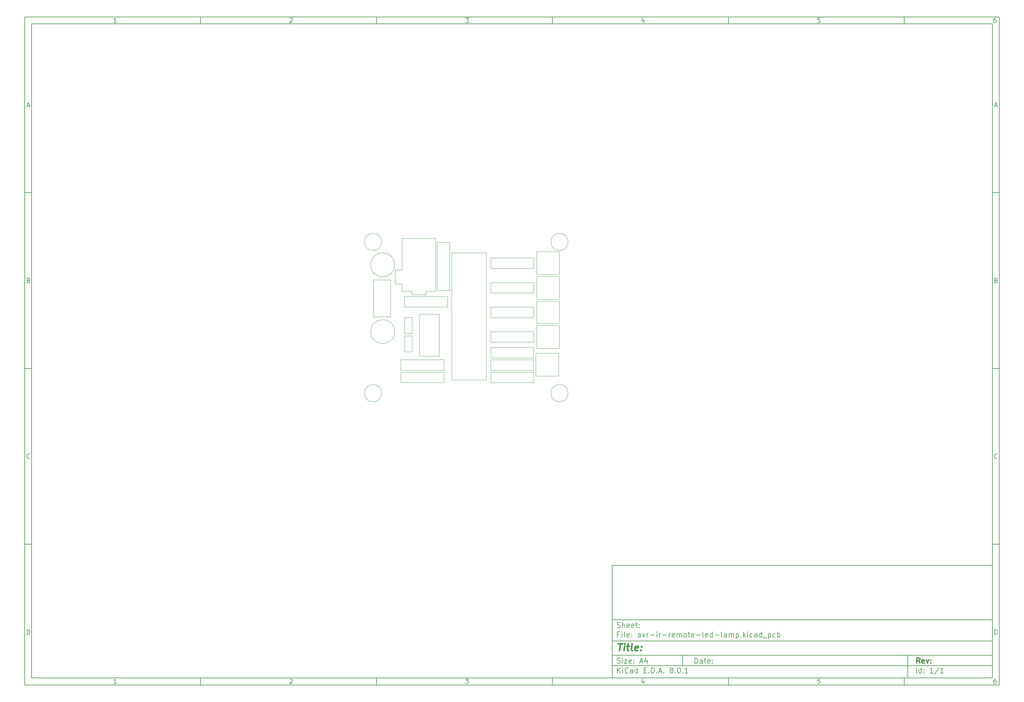
<source format=gbr>
%TF.GenerationSoftware,KiCad,Pcbnew,8.0.1*%
%TF.CreationDate,2024-05-04T21:14:10+05:30*%
%TF.ProjectId,avr-ir-remote-led-lamp,6176722d-6972-42d7-9265-6d6f74652d6c,rev?*%
%TF.SameCoordinates,Original*%
%TF.FileFunction,Other,User*%
%FSLAX46Y46*%
G04 Gerber Fmt 4.6, Leading zero omitted, Abs format (unit mm)*
G04 Created by KiCad (PCBNEW 8.0.1) date 2024-05-04 21:14:10*
%MOMM*%
%LPD*%
G01*
G04 APERTURE LIST*
%ADD10C,0.100000*%
%ADD11C,0.150000*%
%ADD12C,0.300000*%
%ADD13C,0.400000*%
%ADD14C,0.050000*%
G04 APERTURE END LIST*
D10*
D11*
X177002200Y-166007200D02*
X285002200Y-166007200D01*
X285002200Y-198007200D01*
X177002200Y-198007200D01*
X177002200Y-166007200D01*
D10*
D11*
X10000000Y-10000000D02*
X287002200Y-10000000D01*
X287002200Y-200007200D01*
X10000000Y-200007200D01*
X10000000Y-10000000D01*
D10*
D11*
X12000000Y-12000000D02*
X285002200Y-12000000D01*
X285002200Y-198007200D01*
X12000000Y-198007200D01*
X12000000Y-12000000D01*
D10*
D11*
X60000000Y-12000000D02*
X60000000Y-10000000D01*
D10*
D11*
X110000000Y-12000000D02*
X110000000Y-10000000D01*
D10*
D11*
X160000000Y-12000000D02*
X160000000Y-10000000D01*
D10*
D11*
X210000000Y-12000000D02*
X210000000Y-10000000D01*
D10*
D11*
X260000000Y-12000000D02*
X260000000Y-10000000D01*
D10*
D11*
X36089160Y-11593604D02*
X35346303Y-11593604D01*
X35717731Y-11593604D02*
X35717731Y-10293604D01*
X35717731Y-10293604D02*
X35593922Y-10479319D01*
X35593922Y-10479319D02*
X35470112Y-10603128D01*
X35470112Y-10603128D02*
X35346303Y-10665033D01*
D10*
D11*
X85346303Y-10417414D02*
X85408207Y-10355509D01*
X85408207Y-10355509D02*
X85532017Y-10293604D01*
X85532017Y-10293604D02*
X85841541Y-10293604D01*
X85841541Y-10293604D02*
X85965350Y-10355509D01*
X85965350Y-10355509D02*
X86027255Y-10417414D01*
X86027255Y-10417414D02*
X86089160Y-10541223D01*
X86089160Y-10541223D02*
X86089160Y-10665033D01*
X86089160Y-10665033D02*
X86027255Y-10850747D01*
X86027255Y-10850747D02*
X85284398Y-11593604D01*
X85284398Y-11593604D02*
X86089160Y-11593604D01*
D10*
D11*
X135284398Y-10293604D02*
X136089160Y-10293604D01*
X136089160Y-10293604D02*
X135655826Y-10788842D01*
X135655826Y-10788842D02*
X135841541Y-10788842D01*
X135841541Y-10788842D02*
X135965350Y-10850747D01*
X135965350Y-10850747D02*
X136027255Y-10912652D01*
X136027255Y-10912652D02*
X136089160Y-11036461D01*
X136089160Y-11036461D02*
X136089160Y-11345985D01*
X136089160Y-11345985D02*
X136027255Y-11469795D01*
X136027255Y-11469795D02*
X135965350Y-11531700D01*
X135965350Y-11531700D02*
X135841541Y-11593604D01*
X135841541Y-11593604D02*
X135470112Y-11593604D01*
X135470112Y-11593604D02*
X135346303Y-11531700D01*
X135346303Y-11531700D02*
X135284398Y-11469795D01*
D10*
D11*
X185965350Y-10726938D02*
X185965350Y-11593604D01*
X185655826Y-10231700D02*
X185346303Y-11160271D01*
X185346303Y-11160271D02*
X186151064Y-11160271D01*
D10*
D11*
X236027255Y-10293604D02*
X235408207Y-10293604D01*
X235408207Y-10293604D02*
X235346303Y-10912652D01*
X235346303Y-10912652D02*
X235408207Y-10850747D01*
X235408207Y-10850747D02*
X235532017Y-10788842D01*
X235532017Y-10788842D02*
X235841541Y-10788842D01*
X235841541Y-10788842D02*
X235965350Y-10850747D01*
X235965350Y-10850747D02*
X236027255Y-10912652D01*
X236027255Y-10912652D02*
X236089160Y-11036461D01*
X236089160Y-11036461D02*
X236089160Y-11345985D01*
X236089160Y-11345985D02*
X236027255Y-11469795D01*
X236027255Y-11469795D02*
X235965350Y-11531700D01*
X235965350Y-11531700D02*
X235841541Y-11593604D01*
X235841541Y-11593604D02*
X235532017Y-11593604D01*
X235532017Y-11593604D02*
X235408207Y-11531700D01*
X235408207Y-11531700D02*
X235346303Y-11469795D01*
D10*
D11*
X285965350Y-10293604D02*
X285717731Y-10293604D01*
X285717731Y-10293604D02*
X285593922Y-10355509D01*
X285593922Y-10355509D02*
X285532017Y-10417414D01*
X285532017Y-10417414D02*
X285408207Y-10603128D01*
X285408207Y-10603128D02*
X285346303Y-10850747D01*
X285346303Y-10850747D02*
X285346303Y-11345985D01*
X285346303Y-11345985D02*
X285408207Y-11469795D01*
X285408207Y-11469795D02*
X285470112Y-11531700D01*
X285470112Y-11531700D02*
X285593922Y-11593604D01*
X285593922Y-11593604D02*
X285841541Y-11593604D01*
X285841541Y-11593604D02*
X285965350Y-11531700D01*
X285965350Y-11531700D02*
X286027255Y-11469795D01*
X286027255Y-11469795D02*
X286089160Y-11345985D01*
X286089160Y-11345985D02*
X286089160Y-11036461D01*
X286089160Y-11036461D02*
X286027255Y-10912652D01*
X286027255Y-10912652D02*
X285965350Y-10850747D01*
X285965350Y-10850747D02*
X285841541Y-10788842D01*
X285841541Y-10788842D02*
X285593922Y-10788842D01*
X285593922Y-10788842D02*
X285470112Y-10850747D01*
X285470112Y-10850747D02*
X285408207Y-10912652D01*
X285408207Y-10912652D02*
X285346303Y-11036461D01*
D10*
D11*
X60000000Y-198007200D02*
X60000000Y-200007200D01*
D10*
D11*
X110000000Y-198007200D02*
X110000000Y-200007200D01*
D10*
D11*
X160000000Y-198007200D02*
X160000000Y-200007200D01*
D10*
D11*
X210000000Y-198007200D02*
X210000000Y-200007200D01*
D10*
D11*
X260000000Y-198007200D02*
X260000000Y-200007200D01*
D10*
D11*
X36089160Y-199600804D02*
X35346303Y-199600804D01*
X35717731Y-199600804D02*
X35717731Y-198300804D01*
X35717731Y-198300804D02*
X35593922Y-198486519D01*
X35593922Y-198486519D02*
X35470112Y-198610328D01*
X35470112Y-198610328D02*
X35346303Y-198672233D01*
D10*
D11*
X85346303Y-198424614D02*
X85408207Y-198362709D01*
X85408207Y-198362709D02*
X85532017Y-198300804D01*
X85532017Y-198300804D02*
X85841541Y-198300804D01*
X85841541Y-198300804D02*
X85965350Y-198362709D01*
X85965350Y-198362709D02*
X86027255Y-198424614D01*
X86027255Y-198424614D02*
X86089160Y-198548423D01*
X86089160Y-198548423D02*
X86089160Y-198672233D01*
X86089160Y-198672233D02*
X86027255Y-198857947D01*
X86027255Y-198857947D02*
X85284398Y-199600804D01*
X85284398Y-199600804D02*
X86089160Y-199600804D01*
D10*
D11*
X135284398Y-198300804D02*
X136089160Y-198300804D01*
X136089160Y-198300804D02*
X135655826Y-198796042D01*
X135655826Y-198796042D02*
X135841541Y-198796042D01*
X135841541Y-198796042D02*
X135965350Y-198857947D01*
X135965350Y-198857947D02*
X136027255Y-198919852D01*
X136027255Y-198919852D02*
X136089160Y-199043661D01*
X136089160Y-199043661D02*
X136089160Y-199353185D01*
X136089160Y-199353185D02*
X136027255Y-199476995D01*
X136027255Y-199476995D02*
X135965350Y-199538900D01*
X135965350Y-199538900D02*
X135841541Y-199600804D01*
X135841541Y-199600804D02*
X135470112Y-199600804D01*
X135470112Y-199600804D02*
X135346303Y-199538900D01*
X135346303Y-199538900D02*
X135284398Y-199476995D01*
D10*
D11*
X185965350Y-198734138D02*
X185965350Y-199600804D01*
X185655826Y-198238900D02*
X185346303Y-199167471D01*
X185346303Y-199167471D02*
X186151064Y-199167471D01*
D10*
D11*
X236027255Y-198300804D02*
X235408207Y-198300804D01*
X235408207Y-198300804D02*
X235346303Y-198919852D01*
X235346303Y-198919852D02*
X235408207Y-198857947D01*
X235408207Y-198857947D02*
X235532017Y-198796042D01*
X235532017Y-198796042D02*
X235841541Y-198796042D01*
X235841541Y-198796042D02*
X235965350Y-198857947D01*
X235965350Y-198857947D02*
X236027255Y-198919852D01*
X236027255Y-198919852D02*
X236089160Y-199043661D01*
X236089160Y-199043661D02*
X236089160Y-199353185D01*
X236089160Y-199353185D02*
X236027255Y-199476995D01*
X236027255Y-199476995D02*
X235965350Y-199538900D01*
X235965350Y-199538900D02*
X235841541Y-199600804D01*
X235841541Y-199600804D02*
X235532017Y-199600804D01*
X235532017Y-199600804D02*
X235408207Y-199538900D01*
X235408207Y-199538900D02*
X235346303Y-199476995D01*
D10*
D11*
X285965350Y-198300804D02*
X285717731Y-198300804D01*
X285717731Y-198300804D02*
X285593922Y-198362709D01*
X285593922Y-198362709D02*
X285532017Y-198424614D01*
X285532017Y-198424614D02*
X285408207Y-198610328D01*
X285408207Y-198610328D02*
X285346303Y-198857947D01*
X285346303Y-198857947D02*
X285346303Y-199353185D01*
X285346303Y-199353185D02*
X285408207Y-199476995D01*
X285408207Y-199476995D02*
X285470112Y-199538900D01*
X285470112Y-199538900D02*
X285593922Y-199600804D01*
X285593922Y-199600804D02*
X285841541Y-199600804D01*
X285841541Y-199600804D02*
X285965350Y-199538900D01*
X285965350Y-199538900D02*
X286027255Y-199476995D01*
X286027255Y-199476995D02*
X286089160Y-199353185D01*
X286089160Y-199353185D02*
X286089160Y-199043661D01*
X286089160Y-199043661D02*
X286027255Y-198919852D01*
X286027255Y-198919852D02*
X285965350Y-198857947D01*
X285965350Y-198857947D02*
X285841541Y-198796042D01*
X285841541Y-198796042D02*
X285593922Y-198796042D01*
X285593922Y-198796042D02*
X285470112Y-198857947D01*
X285470112Y-198857947D02*
X285408207Y-198919852D01*
X285408207Y-198919852D02*
X285346303Y-199043661D01*
D10*
D11*
X10000000Y-60000000D02*
X12000000Y-60000000D01*
D10*
D11*
X10000000Y-110000000D02*
X12000000Y-110000000D01*
D10*
D11*
X10000000Y-160000000D02*
X12000000Y-160000000D01*
D10*
D11*
X10690476Y-35222176D02*
X11309523Y-35222176D01*
X10566666Y-35593604D02*
X10999999Y-34293604D01*
X10999999Y-34293604D02*
X11433333Y-35593604D01*
D10*
D11*
X11092857Y-84912652D02*
X11278571Y-84974557D01*
X11278571Y-84974557D02*
X11340476Y-85036461D01*
X11340476Y-85036461D02*
X11402380Y-85160271D01*
X11402380Y-85160271D02*
X11402380Y-85345985D01*
X11402380Y-85345985D02*
X11340476Y-85469795D01*
X11340476Y-85469795D02*
X11278571Y-85531700D01*
X11278571Y-85531700D02*
X11154761Y-85593604D01*
X11154761Y-85593604D02*
X10659523Y-85593604D01*
X10659523Y-85593604D02*
X10659523Y-84293604D01*
X10659523Y-84293604D02*
X11092857Y-84293604D01*
X11092857Y-84293604D02*
X11216666Y-84355509D01*
X11216666Y-84355509D02*
X11278571Y-84417414D01*
X11278571Y-84417414D02*
X11340476Y-84541223D01*
X11340476Y-84541223D02*
X11340476Y-84665033D01*
X11340476Y-84665033D02*
X11278571Y-84788842D01*
X11278571Y-84788842D02*
X11216666Y-84850747D01*
X11216666Y-84850747D02*
X11092857Y-84912652D01*
X11092857Y-84912652D02*
X10659523Y-84912652D01*
D10*
D11*
X11402380Y-135469795D02*
X11340476Y-135531700D01*
X11340476Y-135531700D02*
X11154761Y-135593604D01*
X11154761Y-135593604D02*
X11030952Y-135593604D01*
X11030952Y-135593604D02*
X10845238Y-135531700D01*
X10845238Y-135531700D02*
X10721428Y-135407890D01*
X10721428Y-135407890D02*
X10659523Y-135284080D01*
X10659523Y-135284080D02*
X10597619Y-135036461D01*
X10597619Y-135036461D02*
X10597619Y-134850747D01*
X10597619Y-134850747D02*
X10659523Y-134603128D01*
X10659523Y-134603128D02*
X10721428Y-134479319D01*
X10721428Y-134479319D02*
X10845238Y-134355509D01*
X10845238Y-134355509D02*
X11030952Y-134293604D01*
X11030952Y-134293604D02*
X11154761Y-134293604D01*
X11154761Y-134293604D02*
X11340476Y-134355509D01*
X11340476Y-134355509D02*
X11402380Y-134417414D01*
D10*
D11*
X10659523Y-185593604D02*
X10659523Y-184293604D01*
X10659523Y-184293604D02*
X10969047Y-184293604D01*
X10969047Y-184293604D02*
X11154761Y-184355509D01*
X11154761Y-184355509D02*
X11278571Y-184479319D01*
X11278571Y-184479319D02*
X11340476Y-184603128D01*
X11340476Y-184603128D02*
X11402380Y-184850747D01*
X11402380Y-184850747D02*
X11402380Y-185036461D01*
X11402380Y-185036461D02*
X11340476Y-185284080D01*
X11340476Y-185284080D02*
X11278571Y-185407890D01*
X11278571Y-185407890D02*
X11154761Y-185531700D01*
X11154761Y-185531700D02*
X10969047Y-185593604D01*
X10969047Y-185593604D02*
X10659523Y-185593604D01*
D10*
D11*
X287002200Y-60000000D02*
X285002200Y-60000000D01*
D10*
D11*
X287002200Y-110000000D02*
X285002200Y-110000000D01*
D10*
D11*
X287002200Y-160000000D02*
X285002200Y-160000000D01*
D10*
D11*
X285692676Y-35222176D02*
X286311723Y-35222176D01*
X285568866Y-35593604D02*
X286002199Y-34293604D01*
X286002199Y-34293604D02*
X286435533Y-35593604D01*
D10*
D11*
X286095057Y-84912652D02*
X286280771Y-84974557D01*
X286280771Y-84974557D02*
X286342676Y-85036461D01*
X286342676Y-85036461D02*
X286404580Y-85160271D01*
X286404580Y-85160271D02*
X286404580Y-85345985D01*
X286404580Y-85345985D02*
X286342676Y-85469795D01*
X286342676Y-85469795D02*
X286280771Y-85531700D01*
X286280771Y-85531700D02*
X286156961Y-85593604D01*
X286156961Y-85593604D02*
X285661723Y-85593604D01*
X285661723Y-85593604D02*
X285661723Y-84293604D01*
X285661723Y-84293604D02*
X286095057Y-84293604D01*
X286095057Y-84293604D02*
X286218866Y-84355509D01*
X286218866Y-84355509D02*
X286280771Y-84417414D01*
X286280771Y-84417414D02*
X286342676Y-84541223D01*
X286342676Y-84541223D02*
X286342676Y-84665033D01*
X286342676Y-84665033D02*
X286280771Y-84788842D01*
X286280771Y-84788842D02*
X286218866Y-84850747D01*
X286218866Y-84850747D02*
X286095057Y-84912652D01*
X286095057Y-84912652D02*
X285661723Y-84912652D01*
D10*
D11*
X286404580Y-135469795D02*
X286342676Y-135531700D01*
X286342676Y-135531700D02*
X286156961Y-135593604D01*
X286156961Y-135593604D02*
X286033152Y-135593604D01*
X286033152Y-135593604D02*
X285847438Y-135531700D01*
X285847438Y-135531700D02*
X285723628Y-135407890D01*
X285723628Y-135407890D02*
X285661723Y-135284080D01*
X285661723Y-135284080D02*
X285599819Y-135036461D01*
X285599819Y-135036461D02*
X285599819Y-134850747D01*
X285599819Y-134850747D02*
X285661723Y-134603128D01*
X285661723Y-134603128D02*
X285723628Y-134479319D01*
X285723628Y-134479319D02*
X285847438Y-134355509D01*
X285847438Y-134355509D02*
X286033152Y-134293604D01*
X286033152Y-134293604D02*
X286156961Y-134293604D01*
X286156961Y-134293604D02*
X286342676Y-134355509D01*
X286342676Y-134355509D02*
X286404580Y-134417414D01*
D10*
D11*
X285661723Y-185593604D02*
X285661723Y-184293604D01*
X285661723Y-184293604D02*
X285971247Y-184293604D01*
X285971247Y-184293604D02*
X286156961Y-184355509D01*
X286156961Y-184355509D02*
X286280771Y-184479319D01*
X286280771Y-184479319D02*
X286342676Y-184603128D01*
X286342676Y-184603128D02*
X286404580Y-184850747D01*
X286404580Y-184850747D02*
X286404580Y-185036461D01*
X286404580Y-185036461D02*
X286342676Y-185284080D01*
X286342676Y-185284080D02*
X286280771Y-185407890D01*
X286280771Y-185407890D02*
X286156961Y-185531700D01*
X286156961Y-185531700D02*
X285971247Y-185593604D01*
X285971247Y-185593604D02*
X285661723Y-185593604D01*
D10*
D11*
X200458026Y-193793328D02*
X200458026Y-192293328D01*
X200458026Y-192293328D02*
X200815169Y-192293328D01*
X200815169Y-192293328D02*
X201029455Y-192364757D01*
X201029455Y-192364757D02*
X201172312Y-192507614D01*
X201172312Y-192507614D02*
X201243741Y-192650471D01*
X201243741Y-192650471D02*
X201315169Y-192936185D01*
X201315169Y-192936185D02*
X201315169Y-193150471D01*
X201315169Y-193150471D02*
X201243741Y-193436185D01*
X201243741Y-193436185D02*
X201172312Y-193579042D01*
X201172312Y-193579042D02*
X201029455Y-193721900D01*
X201029455Y-193721900D02*
X200815169Y-193793328D01*
X200815169Y-193793328D02*
X200458026Y-193793328D01*
X202600884Y-193793328D02*
X202600884Y-193007614D01*
X202600884Y-193007614D02*
X202529455Y-192864757D01*
X202529455Y-192864757D02*
X202386598Y-192793328D01*
X202386598Y-192793328D02*
X202100884Y-192793328D01*
X202100884Y-192793328D02*
X201958026Y-192864757D01*
X202600884Y-193721900D02*
X202458026Y-193793328D01*
X202458026Y-193793328D02*
X202100884Y-193793328D01*
X202100884Y-193793328D02*
X201958026Y-193721900D01*
X201958026Y-193721900D02*
X201886598Y-193579042D01*
X201886598Y-193579042D02*
X201886598Y-193436185D01*
X201886598Y-193436185D02*
X201958026Y-193293328D01*
X201958026Y-193293328D02*
X202100884Y-193221900D01*
X202100884Y-193221900D02*
X202458026Y-193221900D01*
X202458026Y-193221900D02*
X202600884Y-193150471D01*
X203100884Y-192793328D02*
X203672312Y-192793328D01*
X203315169Y-192293328D02*
X203315169Y-193579042D01*
X203315169Y-193579042D02*
X203386598Y-193721900D01*
X203386598Y-193721900D02*
X203529455Y-193793328D01*
X203529455Y-193793328D02*
X203672312Y-193793328D01*
X204743741Y-193721900D02*
X204600884Y-193793328D01*
X204600884Y-193793328D02*
X204315170Y-193793328D01*
X204315170Y-193793328D02*
X204172312Y-193721900D01*
X204172312Y-193721900D02*
X204100884Y-193579042D01*
X204100884Y-193579042D02*
X204100884Y-193007614D01*
X204100884Y-193007614D02*
X204172312Y-192864757D01*
X204172312Y-192864757D02*
X204315170Y-192793328D01*
X204315170Y-192793328D02*
X204600884Y-192793328D01*
X204600884Y-192793328D02*
X204743741Y-192864757D01*
X204743741Y-192864757D02*
X204815170Y-193007614D01*
X204815170Y-193007614D02*
X204815170Y-193150471D01*
X204815170Y-193150471D02*
X204100884Y-193293328D01*
X205458026Y-193650471D02*
X205529455Y-193721900D01*
X205529455Y-193721900D02*
X205458026Y-193793328D01*
X205458026Y-193793328D02*
X205386598Y-193721900D01*
X205386598Y-193721900D02*
X205458026Y-193650471D01*
X205458026Y-193650471D02*
X205458026Y-193793328D01*
X205458026Y-192864757D02*
X205529455Y-192936185D01*
X205529455Y-192936185D02*
X205458026Y-193007614D01*
X205458026Y-193007614D02*
X205386598Y-192936185D01*
X205386598Y-192936185D02*
X205458026Y-192864757D01*
X205458026Y-192864757D02*
X205458026Y-193007614D01*
D10*
D11*
X177002200Y-194507200D02*
X285002200Y-194507200D01*
D10*
D11*
X178458026Y-196593328D02*
X178458026Y-195093328D01*
X179315169Y-196593328D02*
X178672312Y-195736185D01*
X179315169Y-195093328D02*
X178458026Y-195950471D01*
X179958026Y-196593328D02*
X179958026Y-195593328D01*
X179958026Y-195093328D02*
X179886598Y-195164757D01*
X179886598Y-195164757D02*
X179958026Y-195236185D01*
X179958026Y-195236185D02*
X180029455Y-195164757D01*
X180029455Y-195164757D02*
X179958026Y-195093328D01*
X179958026Y-195093328D02*
X179958026Y-195236185D01*
X181529455Y-196450471D02*
X181458027Y-196521900D01*
X181458027Y-196521900D02*
X181243741Y-196593328D01*
X181243741Y-196593328D02*
X181100884Y-196593328D01*
X181100884Y-196593328D02*
X180886598Y-196521900D01*
X180886598Y-196521900D02*
X180743741Y-196379042D01*
X180743741Y-196379042D02*
X180672312Y-196236185D01*
X180672312Y-196236185D02*
X180600884Y-195950471D01*
X180600884Y-195950471D02*
X180600884Y-195736185D01*
X180600884Y-195736185D02*
X180672312Y-195450471D01*
X180672312Y-195450471D02*
X180743741Y-195307614D01*
X180743741Y-195307614D02*
X180886598Y-195164757D01*
X180886598Y-195164757D02*
X181100884Y-195093328D01*
X181100884Y-195093328D02*
X181243741Y-195093328D01*
X181243741Y-195093328D02*
X181458027Y-195164757D01*
X181458027Y-195164757D02*
X181529455Y-195236185D01*
X182815170Y-196593328D02*
X182815170Y-195807614D01*
X182815170Y-195807614D02*
X182743741Y-195664757D01*
X182743741Y-195664757D02*
X182600884Y-195593328D01*
X182600884Y-195593328D02*
X182315170Y-195593328D01*
X182315170Y-195593328D02*
X182172312Y-195664757D01*
X182815170Y-196521900D02*
X182672312Y-196593328D01*
X182672312Y-196593328D02*
X182315170Y-196593328D01*
X182315170Y-196593328D02*
X182172312Y-196521900D01*
X182172312Y-196521900D02*
X182100884Y-196379042D01*
X182100884Y-196379042D02*
X182100884Y-196236185D01*
X182100884Y-196236185D02*
X182172312Y-196093328D01*
X182172312Y-196093328D02*
X182315170Y-196021900D01*
X182315170Y-196021900D02*
X182672312Y-196021900D01*
X182672312Y-196021900D02*
X182815170Y-195950471D01*
X184172313Y-196593328D02*
X184172313Y-195093328D01*
X184172313Y-196521900D02*
X184029455Y-196593328D01*
X184029455Y-196593328D02*
X183743741Y-196593328D01*
X183743741Y-196593328D02*
X183600884Y-196521900D01*
X183600884Y-196521900D02*
X183529455Y-196450471D01*
X183529455Y-196450471D02*
X183458027Y-196307614D01*
X183458027Y-196307614D02*
X183458027Y-195879042D01*
X183458027Y-195879042D02*
X183529455Y-195736185D01*
X183529455Y-195736185D02*
X183600884Y-195664757D01*
X183600884Y-195664757D02*
X183743741Y-195593328D01*
X183743741Y-195593328D02*
X184029455Y-195593328D01*
X184029455Y-195593328D02*
X184172313Y-195664757D01*
X186029455Y-195807614D02*
X186529455Y-195807614D01*
X186743741Y-196593328D02*
X186029455Y-196593328D01*
X186029455Y-196593328D02*
X186029455Y-195093328D01*
X186029455Y-195093328D02*
X186743741Y-195093328D01*
X187386598Y-196450471D02*
X187458027Y-196521900D01*
X187458027Y-196521900D02*
X187386598Y-196593328D01*
X187386598Y-196593328D02*
X187315170Y-196521900D01*
X187315170Y-196521900D02*
X187386598Y-196450471D01*
X187386598Y-196450471D02*
X187386598Y-196593328D01*
X188100884Y-196593328D02*
X188100884Y-195093328D01*
X188100884Y-195093328D02*
X188458027Y-195093328D01*
X188458027Y-195093328D02*
X188672313Y-195164757D01*
X188672313Y-195164757D02*
X188815170Y-195307614D01*
X188815170Y-195307614D02*
X188886599Y-195450471D01*
X188886599Y-195450471D02*
X188958027Y-195736185D01*
X188958027Y-195736185D02*
X188958027Y-195950471D01*
X188958027Y-195950471D02*
X188886599Y-196236185D01*
X188886599Y-196236185D02*
X188815170Y-196379042D01*
X188815170Y-196379042D02*
X188672313Y-196521900D01*
X188672313Y-196521900D02*
X188458027Y-196593328D01*
X188458027Y-196593328D02*
X188100884Y-196593328D01*
X189600884Y-196450471D02*
X189672313Y-196521900D01*
X189672313Y-196521900D02*
X189600884Y-196593328D01*
X189600884Y-196593328D02*
X189529456Y-196521900D01*
X189529456Y-196521900D02*
X189600884Y-196450471D01*
X189600884Y-196450471D02*
X189600884Y-196593328D01*
X190243742Y-196164757D02*
X190958028Y-196164757D01*
X190100885Y-196593328D02*
X190600885Y-195093328D01*
X190600885Y-195093328D02*
X191100885Y-196593328D01*
X191600884Y-196450471D02*
X191672313Y-196521900D01*
X191672313Y-196521900D02*
X191600884Y-196593328D01*
X191600884Y-196593328D02*
X191529456Y-196521900D01*
X191529456Y-196521900D02*
X191600884Y-196450471D01*
X191600884Y-196450471D02*
X191600884Y-196593328D01*
X193672313Y-195736185D02*
X193529456Y-195664757D01*
X193529456Y-195664757D02*
X193458027Y-195593328D01*
X193458027Y-195593328D02*
X193386599Y-195450471D01*
X193386599Y-195450471D02*
X193386599Y-195379042D01*
X193386599Y-195379042D02*
X193458027Y-195236185D01*
X193458027Y-195236185D02*
X193529456Y-195164757D01*
X193529456Y-195164757D02*
X193672313Y-195093328D01*
X193672313Y-195093328D02*
X193958027Y-195093328D01*
X193958027Y-195093328D02*
X194100885Y-195164757D01*
X194100885Y-195164757D02*
X194172313Y-195236185D01*
X194172313Y-195236185D02*
X194243742Y-195379042D01*
X194243742Y-195379042D02*
X194243742Y-195450471D01*
X194243742Y-195450471D02*
X194172313Y-195593328D01*
X194172313Y-195593328D02*
X194100885Y-195664757D01*
X194100885Y-195664757D02*
X193958027Y-195736185D01*
X193958027Y-195736185D02*
X193672313Y-195736185D01*
X193672313Y-195736185D02*
X193529456Y-195807614D01*
X193529456Y-195807614D02*
X193458027Y-195879042D01*
X193458027Y-195879042D02*
X193386599Y-196021900D01*
X193386599Y-196021900D02*
X193386599Y-196307614D01*
X193386599Y-196307614D02*
X193458027Y-196450471D01*
X193458027Y-196450471D02*
X193529456Y-196521900D01*
X193529456Y-196521900D02*
X193672313Y-196593328D01*
X193672313Y-196593328D02*
X193958027Y-196593328D01*
X193958027Y-196593328D02*
X194100885Y-196521900D01*
X194100885Y-196521900D02*
X194172313Y-196450471D01*
X194172313Y-196450471D02*
X194243742Y-196307614D01*
X194243742Y-196307614D02*
X194243742Y-196021900D01*
X194243742Y-196021900D02*
X194172313Y-195879042D01*
X194172313Y-195879042D02*
X194100885Y-195807614D01*
X194100885Y-195807614D02*
X193958027Y-195736185D01*
X194886598Y-196450471D02*
X194958027Y-196521900D01*
X194958027Y-196521900D02*
X194886598Y-196593328D01*
X194886598Y-196593328D02*
X194815170Y-196521900D01*
X194815170Y-196521900D02*
X194886598Y-196450471D01*
X194886598Y-196450471D02*
X194886598Y-196593328D01*
X195886599Y-195093328D02*
X196029456Y-195093328D01*
X196029456Y-195093328D02*
X196172313Y-195164757D01*
X196172313Y-195164757D02*
X196243742Y-195236185D01*
X196243742Y-195236185D02*
X196315170Y-195379042D01*
X196315170Y-195379042D02*
X196386599Y-195664757D01*
X196386599Y-195664757D02*
X196386599Y-196021900D01*
X196386599Y-196021900D02*
X196315170Y-196307614D01*
X196315170Y-196307614D02*
X196243742Y-196450471D01*
X196243742Y-196450471D02*
X196172313Y-196521900D01*
X196172313Y-196521900D02*
X196029456Y-196593328D01*
X196029456Y-196593328D02*
X195886599Y-196593328D01*
X195886599Y-196593328D02*
X195743742Y-196521900D01*
X195743742Y-196521900D02*
X195672313Y-196450471D01*
X195672313Y-196450471D02*
X195600884Y-196307614D01*
X195600884Y-196307614D02*
X195529456Y-196021900D01*
X195529456Y-196021900D02*
X195529456Y-195664757D01*
X195529456Y-195664757D02*
X195600884Y-195379042D01*
X195600884Y-195379042D02*
X195672313Y-195236185D01*
X195672313Y-195236185D02*
X195743742Y-195164757D01*
X195743742Y-195164757D02*
X195886599Y-195093328D01*
X197029455Y-196450471D02*
X197100884Y-196521900D01*
X197100884Y-196521900D02*
X197029455Y-196593328D01*
X197029455Y-196593328D02*
X196958027Y-196521900D01*
X196958027Y-196521900D02*
X197029455Y-196450471D01*
X197029455Y-196450471D02*
X197029455Y-196593328D01*
X198529456Y-196593328D02*
X197672313Y-196593328D01*
X198100884Y-196593328D02*
X198100884Y-195093328D01*
X198100884Y-195093328D02*
X197958027Y-195307614D01*
X197958027Y-195307614D02*
X197815170Y-195450471D01*
X197815170Y-195450471D02*
X197672313Y-195521900D01*
D10*
D11*
X177002200Y-191507200D02*
X285002200Y-191507200D01*
D10*
D12*
X264413853Y-193785528D02*
X263913853Y-193071242D01*
X263556710Y-193785528D02*
X263556710Y-192285528D01*
X263556710Y-192285528D02*
X264128139Y-192285528D01*
X264128139Y-192285528D02*
X264270996Y-192356957D01*
X264270996Y-192356957D02*
X264342425Y-192428385D01*
X264342425Y-192428385D02*
X264413853Y-192571242D01*
X264413853Y-192571242D02*
X264413853Y-192785528D01*
X264413853Y-192785528D02*
X264342425Y-192928385D01*
X264342425Y-192928385D02*
X264270996Y-192999814D01*
X264270996Y-192999814D02*
X264128139Y-193071242D01*
X264128139Y-193071242D02*
X263556710Y-193071242D01*
X265628139Y-193714100D02*
X265485282Y-193785528D01*
X265485282Y-193785528D02*
X265199568Y-193785528D01*
X265199568Y-193785528D02*
X265056710Y-193714100D01*
X265056710Y-193714100D02*
X264985282Y-193571242D01*
X264985282Y-193571242D02*
X264985282Y-192999814D01*
X264985282Y-192999814D02*
X265056710Y-192856957D01*
X265056710Y-192856957D02*
X265199568Y-192785528D01*
X265199568Y-192785528D02*
X265485282Y-192785528D01*
X265485282Y-192785528D02*
X265628139Y-192856957D01*
X265628139Y-192856957D02*
X265699568Y-192999814D01*
X265699568Y-192999814D02*
X265699568Y-193142671D01*
X265699568Y-193142671D02*
X264985282Y-193285528D01*
X266199567Y-192785528D02*
X266556710Y-193785528D01*
X266556710Y-193785528D02*
X266913853Y-192785528D01*
X267485281Y-193642671D02*
X267556710Y-193714100D01*
X267556710Y-193714100D02*
X267485281Y-193785528D01*
X267485281Y-193785528D02*
X267413853Y-193714100D01*
X267413853Y-193714100D02*
X267485281Y-193642671D01*
X267485281Y-193642671D02*
X267485281Y-193785528D01*
X267485281Y-192856957D02*
X267556710Y-192928385D01*
X267556710Y-192928385D02*
X267485281Y-192999814D01*
X267485281Y-192999814D02*
X267413853Y-192928385D01*
X267413853Y-192928385D02*
X267485281Y-192856957D01*
X267485281Y-192856957D02*
X267485281Y-192999814D01*
D10*
D11*
X178386598Y-193721900D02*
X178600884Y-193793328D01*
X178600884Y-193793328D02*
X178958026Y-193793328D01*
X178958026Y-193793328D02*
X179100884Y-193721900D01*
X179100884Y-193721900D02*
X179172312Y-193650471D01*
X179172312Y-193650471D02*
X179243741Y-193507614D01*
X179243741Y-193507614D02*
X179243741Y-193364757D01*
X179243741Y-193364757D02*
X179172312Y-193221900D01*
X179172312Y-193221900D02*
X179100884Y-193150471D01*
X179100884Y-193150471D02*
X178958026Y-193079042D01*
X178958026Y-193079042D02*
X178672312Y-193007614D01*
X178672312Y-193007614D02*
X178529455Y-192936185D01*
X178529455Y-192936185D02*
X178458026Y-192864757D01*
X178458026Y-192864757D02*
X178386598Y-192721900D01*
X178386598Y-192721900D02*
X178386598Y-192579042D01*
X178386598Y-192579042D02*
X178458026Y-192436185D01*
X178458026Y-192436185D02*
X178529455Y-192364757D01*
X178529455Y-192364757D02*
X178672312Y-192293328D01*
X178672312Y-192293328D02*
X179029455Y-192293328D01*
X179029455Y-192293328D02*
X179243741Y-192364757D01*
X179886597Y-193793328D02*
X179886597Y-192793328D01*
X179886597Y-192293328D02*
X179815169Y-192364757D01*
X179815169Y-192364757D02*
X179886597Y-192436185D01*
X179886597Y-192436185D02*
X179958026Y-192364757D01*
X179958026Y-192364757D02*
X179886597Y-192293328D01*
X179886597Y-192293328D02*
X179886597Y-192436185D01*
X180458026Y-192793328D02*
X181243741Y-192793328D01*
X181243741Y-192793328D02*
X180458026Y-193793328D01*
X180458026Y-193793328D02*
X181243741Y-193793328D01*
X182386598Y-193721900D02*
X182243741Y-193793328D01*
X182243741Y-193793328D02*
X181958027Y-193793328D01*
X181958027Y-193793328D02*
X181815169Y-193721900D01*
X181815169Y-193721900D02*
X181743741Y-193579042D01*
X181743741Y-193579042D02*
X181743741Y-193007614D01*
X181743741Y-193007614D02*
X181815169Y-192864757D01*
X181815169Y-192864757D02*
X181958027Y-192793328D01*
X181958027Y-192793328D02*
X182243741Y-192793328D01*
X182243741Y-192793328D02*
X182386598Y-192864757D01*
X182386598Y-192864757D02*
X182458027Y-193007614D01*
X182458027Y-193007614D02*
X182458027Y-193150471D01*
X182458027Y-193150471D02*
X181743741Y-193293328D01*
X183100883Y-193650471D02*
X183172312Y-193721900D01*
X183172312Y-193721900D02*
X183100883Y-193793328D01*
X183100883Y-193793328D02*
X183029455Y-193721900D01*
X183029455Y-193721900D02*
X183100883Y-193650471D01*
X183100883Y-193650471D02*
X183100883Y-193793328D01*
X183100883Y-192864757D02*
X183172312Y-192936185D01*
X183172312Y-192936185D02*
X183100883Y-193007614D01*
X183100883Y-193007614D02*
X183029455Y-192936185D01*
X183029455Y-192936185D02*
X183100883Y-192864757D01*
X183100883Y-192864757D02*
X183100883Y-193007614D01*
X184886598Y-193364757D02*
X185600884Y-193364757D01*
X184743741Y-193793328D02*
X185243741Y-192293328D01*
X185243741Y-192293328D02*
X185743741Y-193793328D01*
X186886598Y-192793328D02*
X186886598Y-193793328D01*
X186529455Y-192221900D02*
X186172312Y-193293328D01*
X186172312Y-193293328D02*
X187100883Y-193293328D01*
D10*
D11*
X263458026Y-196593328D02*
X263458026Y-195093328D01*
X264815170Y-196593328D02*
X264815170Y-195093328D01*
X264815170Y-196521900D02*
X264672312Y-196593328D01*
X264672312Y-196593328D02*
X264386598Y-196593328D01*
X264386598Y-196593328D02*
X264243741Y-196521900D01*
X264243741Y-196521900D02*
X264172312Y-196450471D01*
X264172312Y-196450471D02*
X264100884Y-196307614D01*
X264100884Y-196307614D02*
X264100884Y-195879042D01*
X264100884Y-195879042D02*
X264172312Y-195736185D01*
X264172312Y-195736185D02*
X264243741Y-195664757D01*
X264243741Y-195664757D02*
X264386598Y-195593328D01*
X264386598Y-195593328D02*
X264672312Y-195593328D01*
X264672312Y-195593328D02*
X264815170Y-195664757D01*
X265529455Y-196450471D02*
X265600884Y-196521900D01*
X265600884Y-196521900D02*
X265529455Y-196593328D01*
X265529455Y-196593328D02*
X265458027Y-196521900D01*
X265458027Y-196521900D02*
X265529455Y-196450471D01*
X265529455Y-196450471D02*
X265529455Y-196593328D01*
X265529455Y-195664757D02*
X265600884Y-195736185D01*
X265600884Y-195736185D02*
X265529455Y-195807614D01*
X265529455Y-195807614D02*
X265458027Y-195736185D01*
X265458027Y-195736185D02*
X265529455Y-195664757D01*
X265529455Y-195664757D02*
X265529455Y-195807614D01*
X268172313Y-196593328D02*
X267315170Y-196593328D01*
X267743741Y-196593328D02*
X267743741Y-195093328D01*
X267743741Y-195093328D02*
X267600884Y-195307614D01*
X267600884Y-195307614D02*
X267458027Y-195450471D01*
X267458027Y-195450471D02*
X267315170Y-195521900D01*
X269886598Y-195021900D02*
X268600884Y-196950471D01*
X271172313Y-196593328D02*
X270315170Y-196593328D01*
X270743741Y-196593328D02*
X270743741Y-195093328D01*
X270743741Y-195093328D02*
X270600884Y-195307614D01*
X270600884Y-195307614D02*
X270458027Y-195450471D01*
X270458027Y-195450471D02*
X270315170Y-195521900D01*
D10*
D11*
X177002200Y-187507200D02*
X285002200Y-187507200D01*
D10*
D13*
X178693928Y-188211638D02*
X179836785Y-188211638D01*
X179015357Y-190211638D02*
X179265357Y-188211638D01*
X180253452Y-190211638D02*
X180420119Y-188878304D01*
X180503452Y-188211638D02*
X180396309Y-188306876D01*
X180396309Y-188306876D02*
X180479643Y-188402114D01*
X180479643Y-188402114D02*
X180586786Y-188306876D01*
X180586786Y-188306876D02*
X180503452Y-188211638D01*
X180503452Y-188211638D02*
X180479643Y-188402114D01*
X181086786Y-188878304D02*
X181848690Y-188878304D01*
X181455833Y-188211638D02*
X181241548Y-189925923D01*
X181241548Y-189925923D02*
X181312976Y-190116400D01*
X181312976Y-190116400D02*
X181491548Y-190211638D01*
X181491548Y-190211638D02*
X181682024Y-190211638D01*
X182634405Y-190211638D02*
X182455833Y-190116400D01*
X182455833Y-190116400D02*
X182384405Y-189925923D01*
X182384405Y-189925923D02*
X182598690Y-188211638D01*
X184170119Y-190116400D02*
X183967738Y-190211638D01*
X183967738Y-190211638D02*
X183586785Y-190211638D01*
X183586785Y-190211638D02*
X183408214Y-190116400D01*
X183408214Y-190116400D02*
X183336785Y-189925923D01*
X183336785Y-189925923D02*
X183432024Y-189164019D01*
X183432024Y-189164019D02*
X183551071Y-188973542D01*
X183551071Y-188973542D02*
X183753452Y-188878304D01*
X183753452Y-188878304D02*
X184134404Y-188878304D01*
X184134404Y-188878304D02*
X184312976Y-188973542D01*
X184312976Y-188973542D02*
X184384404Y-189164019D01*
X184384404Y-189164019D02*
X184360595Y-189354495D01*
X184360595Y-189354495D02*
X183384404Y-189544971D01*
X185134405Y-190021161D02*
X185217738Y-190116400D01*
X185217738Y-190116400D02*
X185110595Y-190211638D01*
X185110595Y-190211638D02*
X185027262Y-190116400D01*
X185027262Y-190116400D02*
X185134405Y-190021161D01*
X185134405Y-190021161D02*
X185110595Y-190211638D01*
X185265357Y-188973542D02*
X185348690Y-189068780D01*
X185348690Y-189068780D02*
X185241548Y-189164019D01*
X185241548Y-189164019D02*
X185158214Y-189068780D01*
X185158214Y-189068780D02*
X185265357Y-188973542D01*
X185265357Y-188973542D02*
X185241548Y-189164019D01*
D10*
D11*
X178958026Y-185607614D02*
X178458026Y-185607614D01*
X178458026Y-186393328D02*
X178458026Y-184893328D01*
X178458026Y-184893328D02*
X179172312Y-184893328D01*
X179743740Y-186393328D02*
X179743740Y-185393328D01*
X179743740Y-184893328D02*
X179672312Y-184964757D01*
X179672312Y-184964757D02*
X179743740Y-185036185D01*
X179743740Y-185036185D02*
X179815169Y-184964757D01*
X179815169Y-184964757D02*
X179743740Y-184893328D01*
X179743740Y-184893328D02*
X179743740Y-185036185D01*
X180672312Y-186393328D02*
X180529455Y-186321900D01*
X180529455Y-186321900D02*
X180458026Y-186179042D01*
X180458026Y-186179042D02*
X180458026Y-184893328D01*
X181815169Y-186321900D02*
X181672312Y-186393328D01*
X181672312Y-186393328D02*
X181386598Y-186393328D01*
X181386598Y-186393328D02*
X181243740Y-186321900D01*
X181243740Y-186321900D02*
X181172312Y-186179042D01*
X181172312Y-186179042D02*
X181172312Y-185607614D01*
X181172312Y-185607614D02*
X181243740Y-185464757D01*
X181243740Y-185464757D02*
X181386598Y-185393328D01*
X181386598Y-185393328D02*
X181672312Y-185393328D01*
X181672312Y-185393328D02*
X181815169Y-185464757D01*
X181815169Y-185464757D02*
X181886598Y-185607614D01*
X181886598Y-185607614D02*
X181886598Y-185750471D01*
X181886598Y-185750471D02*
X181172312Y-185893328D01*
X182529454Y-186250471D02*
X182600883Y-186321900D01*
X182600883Y-186321900D02*
X182529454Y-186393328D01*
X182529454Y-186393328D02*
X182458026Y-186321900D01*
X182458026Y-186321900D02*
X182529454Y-186250471D01*
X182529454Y-186250471D02*
X182529454Y-186393328D01*
X182529454Y-185464757D02*
X182600883Y-185536185D01*
X182600883Y-185536185D02*
X182529454Y-185607614D01*
X182529454Y-185607614D02*
X182458026Y-185536185D01*
X182458026Y-185536185D02*
X182529454Y-185464757D01*
X182529454Y-185464757D02*
X182529454Y-185607614D01*
X185029455Y-186393328D02*
X185029455Y-185607614D01*
X185029455Y-185607614D02*
X184958026Y-185464757D01*
X184958026Y-185464757D02*
X184815169Y-185393328D01*
X184815169Y-185393328D02*
X184529455Y-185393328D01*
X184529455Y-185393328D02*
X184386597Y-185464757D01*
X185029455Y-186321900D02*
X184886597Y-186393328D01*
X184886597Y-186393328D02*
X184529455Y-186393328D01*
X184529455Y-186393328D02*
X184386597Y-186321900D01*
X184386597Y-186321900D02*
X184315169Y-186179042D01*
X184315169Y-186179042D02*
X184315169Y-186036185D01*
X184315169Y-186036185D02*
X184386597Y-185893328D01*
X184386597Y-185893328D02*
X184529455Y-185821900D01*
X184529455Y-185821900D02*
X184886597Y-185821900D01*
X184886597Y-185821900D02*
X185029455Y-185750471D01*
X185600883Y-185393328D02*
X185958026Y-186393328D01*
X185958026Y-186393328D02*
X186315169Y-185393328D01*
X186886597Y-186393328D02*
X186886597Y-185393328D01*
X186886597Y-185679042D02*
X186958026Y-185536185D01*
X186958026Y-185536185D02*
X187029455Y-185464757D01*
X187029455Y-185464757D02*
X187172312Y-185393328D01*
X187172312Y-185393328D02*
X187315169Y-185393328D01*
X187815168Y-185821900D02*
X188958026Y-185821900D01*
X189672311Y-186393328D02*
X189672311Y-185393328D01*
X189672311Y-184893328D02*
X189600883Y-184964757D01*
X189600883Y-184964757D02*
X189672311Y-185036185D01*
X189672311Y-185036185D02*
X189743740Y-184964757D01*
X189743740Y-184964757D02*
X189672311Y-184893328D01*
X189672311Y-184893328D02*
X189672311Y-185036185D01*
X190386597Y-186393328D02*
X190386597Y-185393328D01*
X190386597Y-185679042D02*
X190458026Y-185536185D01*
X190458026Y-185536185D02*
X190529455Y-185464757D01*
X190529455Y-185464757D02*
X190672312Y-185393328D01*
X190672312Y-185393328D02*
X190815169Y-185393328D01*
X191315168Y-185821900D02*
X192458026Y-185821900D01*
X193172311Y-186393328D02*
X193172311Y-185393328D01*
X193172311Y-185679042D02*
X193243740Y-185536185D01*
X193243740Y-185536185D02*
X193315169Y-185464757D01*
X193315169Y-185464757D02*
X193458026Y-185393328D01*
X193458026Y-185393328D02*
X193600883Y-185393328D01*
X194672311Y-186321900D02*
X194529454Y-186393328D01*
X194529454Y-186393328D02*
X194243740Y-186393328D01*
X194243740Y-186393328D02*
X194100882Y-186321900D01*
X194100882Y-186321900D02*
X194029454Y-186179042D01*
X194029454Y-186179042D02*
X194029454Y-185607614D01*
X194029454Y-185607614D02*
X194100882Y-185464757D01*
X194100882Y-185464757D02*
X194243740Y-185393328D01*
X194243740Y-185393328D02*
X194529454Y-185393328D01*
X194529454Y-185393328D02*
X194672311Y-185464757D01*
X194672311Y-185464757D02*
X194743740Y-185607614D01*
X194743740Y-185607614D02*
X194743740Y-185750471D01*
X194743740Y-185750471D02*
X194029454Y-185893328D01*
X195386596Y-186393328D02*
X195386596Y-185393328D01*
X195386596Y-185536185D02*
X195458025Y-185464757D01*
X195458025Y-185464757D02*
X195600882Y-185393328D01*
X195600882Y-185393328D02*
X195815168Y-185393328D01*
X195815168Y-185393328D02*
X195958025Y-185464757D01*
X195958025Y-185464757D02*
X196029454Y-185607614D01*
X196029454Y-185607614D02*
X196029454Y-186393328D01*
X196029454Y-185607614D02*
X196100882Y-185464757D01*
X196100882Y-185464757D02*
X196243739Y-185393328D01*
X196243739Y-185393328D02*
X196458025Y-185393328D01*
X196458025Y-185393328D02*
X196600882Y-185464757D01*
X196600882Y-185464757D02*
X196672311Y-185607614D01*
X196672311Y-185607614D02*
X196672311Y-186393328D01*
X197600882Y-186393328D02*
X197458025Y-186321900D01*
X197458025Y-186321900D02*
X197386596Y-186250471D01*
X197386596Y-186250471D02*
X197315168Y-186107614D01*
X197315168Y-186107614D02*
X197315168Y-185679042D01*
X197315168Y-185679042D02*
X197386596Y-185536185D01*
X197386596Y-185536185D02*
X197458025Y-185464757D01*
X197458025Y-185464757D02*
X197600882Y-185393328D01*
X197600882Y-185393328D02*
X197815168Y-185393328D01*
X197815168Y-185393328D02*
X197958025Y-185464757D01*
X197958025Y-185464757D02*
X198029454Y-185536185D01*
X198029454Y-185536185D02*
X198100882Y-185679042D01*
X198100882Y-185679042D02*
X198100882Y-186107614D01*
X198100882Y-186107614D02*
X198029454Y-186250471D01*
X198029454Y-186250471D02*
X197958025Y-186321900D01*
X197958025Y-186321900D02*
X197815168Y-186393328D01*
X197815168Y-186393328D02*
X197600882Y-186393328D01*
X198529454Y-185393328D02*
X199100882Y-185393328D01*
X198743739Y-184893328D02*
X198743739Y-186179042D01*
X198743739Y-186179042D02*
X198815168Y-186321900D01*
X198815168Y-186321900D02*
X198958025Y-186393328D01*
X198958025Y-186393328D02*
X199100882Y-186393328D01*
X200172311Y-186321900D02*
X200029454Y-186393328D01*
X200029454Y-186393328D02*
X199743740Y-186393328D01*
X199743740Y-186393328D02*
X199600882Y-186321900D01*
X199600882Y-186321900D02*
X199529454Y-186179042D01*
X199529454Y-186179042D02*
X199529454Y-185607614D01*
X199529454Y-185607614D02*
X199600882Y-185464757D01*
X199600882Y-185464757D02*
X199743740Y-185393328D01*
X199743740Y-185393328D02*
X200029454Y-185393328D01*
X200029454Y-185393328D02*
X200172311Y-185464757D01*
X200172311Y-185464757D02*
X200243740Y-185607614D01*
X200243740Y-185607614D02*
X200243740Y-185750471D01*
X200243740Y-185750471D02*
X199529454Y-185893328D01*
X200886596Y-185821900D02*
X202029454Y-185821900D01*
X202958025Y-186393328D02*
X202815168Y-186321900D01*
X202815168Y-186321900D02*
X202743739Y-186179042D01*
X202743739Y-186179042D02*
X202743739Y-184893328D01*
X204100882Y-186321900D02*
X203958025Y-186393328D01*
X203958025Y-186393328D02*
X203672311Y-186393328D01*
X203672311Y-186393328D02*
X203529453Y-186321900D01*
X203529453Y-186321900D02*
X203458025Y-186179042D01*
X203458025Y-186179042D02*
X203458025Y-185607614D01*
X203458025Y-185607614D02*
X203529453Y-185464757D01*
X203529453Y-185464757D02*
X203672311Y-185393328D01*
X203672311Y-185393328D02*
X203958025Y-185393328D01*
X203958025Y-185393328D02*
X204100882Y-185464757D01*
X204100882Y-185464757D02*
X204172311Y-185607614D01*
X204172311Y-185607614D02*
X204172311Y-185750471D01*
X204172311Y-185750471D02*
X203458025Y-185893328D01*
X205458025Y-186393328D02*
X205458025Y-184893328D01*
X205458025Y-186321900D02*
X205315167Y-186393328D01*
X205315167Y-186393328D02*
X205029453Y-186393328D01*
X205029453Y-186393328D02*
X204886596Y-186321900D01*
X204886596Y-186321900D02*
X204815167Y-186250471D01*
X204815167Y-186250471D02*
X204743739Y-186107614D01*
X204743739Y-186107614D02*
X204743739Y-185679042D01*
X204743739Y-185679042D02*
X204815167Y-185536185D01*
X204815167Y-185536185D02*
X204886596Y-185464757D01*
X204886596Y-185464757D02*
X205029453Y-185393328D01*
X205029453Y-185393328D02*
X205315167Y-185393328D01*
X205315167Y-185393328D02*
X205458025Y-185464757D01*
X206172310Y-185821900D02*
X207315168Y-185821900D01*
X208243739Y-186393328D02*
X208100882Y-186321900D01*
X208100882Y-186321900D02*
X208029453Y-186179042D01*
X208029453Y-186179042D02*
X208029453Y-184893328D01*
X209458025Y-186393328D02*
X209458025Y-185607614D01*
X209458025Y-185607614D02*
X209386596Y-185464757D01*
X209386596Y-185464757D02*
X209243739Y-185393328D01*
X209243739Y-185393328D02*
X208958025Y-185393328D01*
X208958025Y-185393328D02*
X208815167Y-185464757D01*
X209458025Y-186321900D02*
X209315167Y-186393328D01*
X209315167Y-186393328D02*
X208958025Y-186393328D01*
X208958025Y-186393328D02*
X208815167Y-186321900D01*
X208815167Y-186321900D02*
X208743739Y-186179042D01*
X208743739Y-186179042D02*
X208743739Y-186036185D01*
X208743739Y-186036185D02*
X208815167Y-185893328D01*
X208815167Y-185893328D02*
X208958025Y-185821900D01*
X208958025Y-185821900D02*
X209315167Y-185821900D01*
X209315167Y-185821900D02*
X209458025Y-185750471D01*
X210172310Y-186393328D02*
X210172310Y-185393328D01*
X210172310Y-185536185D02*
X210243739Y-185464757D01*
X210243739Y-185464757D02*
X210386596Y-185393328D01*
X210386596Y-185393328D02*
X210600882Y-185393328D01*
X210600882Y-185393328D02*
X210743739Y-185464757D01*
X210743739Y-185464757D02*
X210815168Y-185607614D01*
X210815168Y-185607614D02*
X210815168Y-186393328D01*
X210815168Y-185607614D02*
X210886596Y-185464757D01*
X210886596Y-185464757D02*
X211029453Y-185393328D01*
X211029453Y-185393328D02*
X211243739Y-185393328D01*
X211243739Y-185393328D02*
X211386596Y-185464757D01*
X211386596Y-185464757D02*
X211458025Y-185607614D01*
X211458025Y-185607614D02*
X211458025Y-186393328D01*
X212172310Y-185393328D02*
X212172310Y-186893328D01*
X212172310Y-185464757D02*
X212315168Y-185393328D01*
X212315168Y-185393328D02*
X212600882Y-185393328D01*
X212600882Y-185393328D02*
X212743739Y-185464757D01*
X212743739Y-185464757D02*
X212815168Y-185536185D01*
X212815168Y-185536185D02*
X212886596Y-185679042D01*
X212886596Y-185679042D02*
X212886596Y-186107614D01*
X212886596Y-186107614D02*
X212815168Y-186250471D01*
X212815168Y-186250471D02*
X212743739Y-186321900D01*
X212743739Y-186321900D02*
X212600882Y-186393328D01*
X212600882Y-186393328D02*
X212315168Y-186393328D01*
X212315168Y-186393328D02*
X212172310Y-186321900D01*
X213529453Y-186250471D02*
X213600882Y-186321900D01*
X213600882Y-186321900D02*
X213529453Y-186393328D01*
X213529453Y-186393328D02*
X213458025Y-186321900D01*
X213458025Y-186321900D02*
X213529453Y-186250471D01*
X213529453Y-186250471D02*
X213529453Y-186393328D01*
X214243739Y-186393328D02*
X214243739Y-184893328D01*
X214386597Y-185821900D02*
X214815168Y-186393328D01*
X214815168Y-185393328D02*
X214243739Y-185964757D01*
X215458025Y-186393328D02*
X215458025Y-185393328D01*
X215458025Y-184893328D02*
X215386597Y-184964757D01*
X215386597Y-184964757D02*
X215458025Y-185036185D01*
X215458025Y-185036185D02*
X215529454Y-184964757D01*
X215529454Y-184964757D02*
X215458025Y-184893328D01*
X215458025Y-184893328D02*
X215458025Y-185036185D01*
X216815169Y-186321900D02*
X216672311Y-186393328D01*
X216672311Y-186393328D02*
X216386597Y-186393328D01*
X216386597Y-186393328D02*
X216243740Y-186321900D01*
X216243740Y-186321900D02*
X216172311Y-186250471D01*
X216172311Y-186250471D02*
X216100883Y-186107614D01*
X216100883Y-186107614D02*
X216100883Y-185679042D01*
X216100883Y-185679042D02*
X216172311Y-185536185D01*
X216172311Y-185536185D02*
X216243740Y-185464757D01*
X216243740Y-185464757D02*
X216386597Y-185393328D01*
X216386597Y-185393328D02*
X216672311Y-185393328D01*
X216672311Y-185393328D02*
X216815169Y-185464757D01*
X218100883Y-186393328D02*
X218100883Y-185607614D01*
X218100883Y-185607614D02*
X218029454Y-185464757D01*
X218029454Y-185464757D02*
X217886597Y-185393328D01*
X217886597Y-185393328D02*
X217600883Y-185393328D01*
X217600883Y-185393328D02*
X217458025Y-185464757D01*
X218100883Y-186321900D02*
X217958025Y-186393328D01*
X217958025Y-186393328D02*
X217600883Y-186393328D01*
X217600883Y-186393328D02*
X217458025Y-186321900D01*
X217458025Y-186321900D02*
X217386597Y-186179042D01*
X217386597Y-186179042D02*
X217386597Y-186036185D01*
X217386597Y-186036185D02*
X217458025Y-185893328D01*
X217458025Y-185893328D02*
X217600883Y-185821900D01*
X217600883Y-185821900D02*
X217958025Y-185821900D01*
X217958025Y-185821900D02*
X218100883Y-185750471D01*
X219458026Y-186393328D02*
X219458026Y-184893328D01*
X219458026Y-186321900D02*
X219315168Y-186393328D01*
X219315168Y-186393328D02*
X219029454Y-186393328D01*
X219029454Y-186393328D02*
X218886597Y-186321900D01*
X218886597Y-186321900D02*
X218815168Y-186250471D01*
X218815168Y-186250471D02*
X218743740Y-186107614D01*
X218743740Y-186107614D02*
X218743740Y-185679042D01*
X218743740Y-185679042D02*
X218815168Y-185536185D01*
X218815168Y-185536185D02*
X218886597Y-185464757D01*
X218886597Y-185464757D02*
X219029454Y-185393328D01*
X219029454Y-185393328D02*
X219315168Y-185393328D01*
X219315168Y-185393328D02*
X219458026Y-185464757D01*
X219815169Y-186536185D02*
X220958026Y-186536185D01*
X221315168Y-185393328D02*
X221315168Y-186893328D01*
X221315168Y-185464757D02*
X221458026Y-185393328D01*
X221458026Y-185393328D02*
X221743740Y-185393328D01*
X221743740Y-185393328D02*
X221886597Y-185464757D01*
X221886597Y-185464757D02*
X221958026Y-185536185D01*
X221958026Y-185536185D02*
X222029454Y-185679042D01*
X222029454Y-185679042D02*
X222029454Y-186107614D01*
X222029454Y-186107614D02*
X221958026Y-186250471D01*
X221958026Y-186250471D02*
X221886597Y-186321900D01*
X221886597Y-186321900D02*
X221743740Y-186393328D01*
X221743740Y-186393328D02*
X221458026Y-186393328D01*
X221458026Y-186393328D02*
X221315168Y-186321900D01*
X223315169Y-186321900D02*
X223172311Y-186393328D01*
X223172311Y-186393328D02*
X222886597Y-186393328D01*
X222886597Y-186393328D02*
X222743740Y-186321900D01*
X222743740Y-186321900D02*
X222672311Y-186250471D01*
X222672311Y-186250471D02*
X222600883Y-186107614D01*
X222600883Y-186107614D02*
X222600883Y-185679042D01*
X222600883Y-185679042D02*
X222672311Y-185536185D01*
X222672311Y-185536185D02*
X222743740Y-185464757D01*
X222743740Y-185464757D02*
X222886597Y-185393328D01*
X222886597Y-185393328D02*
X223172311Y-185393328D01*
X223172311Y-185393328D02*
X223315169Y-185464757D01*
X223958025Y-186393328D02*
X223958025Y-184893328D01*
X223958025Y-185464757D02*
X224100883Y-185393328D01*
X224100883Y-185393328D02*
X224386597Y-185393328D01*
X224386597Y-185393328D02*
X224529454Y-185464757D01*
X224529454Y-185464757D02*
X224600883Y-185536185D01*
X224600883Y-185536185D02*
X224672311Y-185679042D01*
X224672311Y-185679042D02*
X224672311Y-186107614D01*
X224672311Y-186107614D02*
X224600883Y-186250471D01*
X224600883Y-186250471D02*
X224529454Y-186321900D01*
X224529454Y-186321900D02*
X224386597Y-186393328D01*
X224386597Y-186393328D02*
X224100883Y-186393328D01*
X224100883Y-186393328D02*
X223958025Y-186321900D01*
D10*
D11*
X177002200Y-181507200D02*
X285002200Y-181507200D01*
D10*
D11*
X178386598Y-183621900D02*
X178600884Y-183693328D01*
X178600884Y-183693328D02*
X178958026Y-183693328D01*
X178958026Y-183693328D02*
X179100884Y-183621900D01*
X179100884Y-183621900D02*
X179172312Y-183550471D01*
X179172312Y-183550471D02*
X179243741Y-183407614D01*
X179243741Y-183407614D02*
X179243741Y-183264757D01*
X179243741Y-183264757D02*
X179172312Y-183121900D01*
X179172312Y-183121900D02*
X179100884Y-183050471D01*
X179100884Y-183050471D02*
X178958026Y-182979042D01*
X178958026Y-182979042D02*
X178672312Y-182907614D01*
X178672312Y-182907614D02*
X178529455Y-182836185D01*
X178529455Y-182836185D02*
X178458026Y-182764757D01*
X178458026Y-182764757D02*
X178386598Y-182621900D01*
X178386598Y-182621900D02*
X178386598Y-182479042D01*
X178386598Y-182479042D02*
X178458026Y-182336185D01*
X178458026Y-182336185D02*
X178529455Y-182264757D01*
X178529455Y-182264757D02*
X178672312Y-182193328D01*
X178672312Y-182193328D02*
X179029455Y-182193328D01*
X179029455Y-182193328D02*
X179243741Y-182264757D01*
X179886597Y-183693328D02*
X179886597Y-182193328D01*
X180529455Y-183693328D02*
X180529455Y-182907614D01*
X180529455Y-182907614D02*
X180458026Y-182764757D01*
X180458026Y-182764757D02*
X180315169Y-182693328D01*
X180315169Y-182693328D02*
X180100883Y-182693328D01*
X180100883Y-182693328D02*
X179958026Y-182764757D01*
X179958026Y-182764757D02*
X179886597Y-182836185D01*
X181815169Y-183621900D02*
X181672312Y-183693328D01*
X181672312Y-183693328D02*
X181386598Y-183693328D01*
X181386598Y-183693328D02*
X181243740Y-183621900D01*
X181243740Y-183621900D02*
X181172312Y-183479042D01*
X181172312Y-183479042D02*
X181172312Y-182907614D01*
X181172312Y-182907614D02*
X181243740Y-182764757D01*
X181243740Y-182764757D02*
X181386598Y-182693328D01*
X181386598Y-182693328D02*
X181672312Y-182693328D01*
X181672312Y-182693328D02*
X181815169Y-182764757D01*
X181815169Y-182764757D02*
X181886598Y-182907614D01*
X181886598Y-182907614D02*
X181886598Y-183050471D01*
X181886598Y-183050471D02*
X181172312Y-183193328D01*
X183100883Y-183621900D02*
X182958026Y-183693328D01*
X182958026Y-183693328D02*
X182672312Y-183693328D01*
X182672312Y-183693328D02*
X182529454Y-183621900D01*
X182529454Y-183621900D02*
X182458026Y-183479042D01*
X182458026Y-183479042D02*
X182458026Y-182907614D01*
X182458026Y-182907614D02*
X182529454Y-182764757D01*
X182529454Y-182764757D02*
X182672312Y-182693328D01*
X182672312Y-182693328D02*
X182958026Y-182693328D01*
X182958026Y-182693328D02*
X183100883Y-182764757D01*
X183100883Y-182764757D02*
X183172312Y-182907614D01*
X183172312Y-182907614D02*
X183172312Y-183050471D01*
X183172312Y-183050471D02*
X182458026Y-183193328D01*
X183600883Y-182693328D02*
X184172311Y-182693328D01*
X183815168Y-182193328D02*
X183815168Y-183479042D01*
X183815168Y-183479042D02*
X183886597Y-183621900D01*
X183886597Y-183621900D02*
X184029454Y-183693328D01*
X184029454Y-183693328D02*
X184172311Y-183693328D01*
X184672311Y-183550471D02*
X184743740Y-183621900D01*
X184743740Y-183621900D02*
X184672311Y-183693328D01*
X184672311Y-183693328D02*
X184600883Y-183621900D01*
X184600883Y-183621900D02*
X184672311Y-183550471D01*
X184672311Y-183550471D02*
X184672311Y-183693328D01*
X184672311Y-182764757D02*
X184743740Y-182836185D01*
X184743740Y-182836185D02*
X184672311Y-182907614D01*
X184672311Y-182907614D02*
X184600883Y-182836185D01*
X184600883Y-182836185D02*
X184672311Y-182764757D01*
X184672311Y-182764757D02*
X184672311Y-182907614D01*
D10*
D12*
D10*
D11*
D10*
D11*
D10*
D11*
D10*
D11*
D10*
D11*
X197002200Y-191507200D02*
X197002200Y-194507200D01*
D10*
D11*
X261002200Y-191507200D02*
X261002200Y-198007200D01*
D14*
%TO.C,U2*%
X109045000Y-84750000D02*
X109045000Y-95250000D01*
X109045000Y-95250000D02*
X113955000Y-95250000D01*
X113955000Y-84750000D02*
X109045000Y-84750000D01*
X113955000Y-95250000D02*
X113955000Y-84750000D01*
%TO.C,R5*%
X142410000Y-111000000D02*
X142410000Y-114000000D01*
X142410000Y-114000000D02*
X154670000Y-114000000D01*
X154670000Y-111000000D02*
X142410000Y-111000000D01*
X154670000Y-114000000D02*
X154670000Y-111000000D01*
%TO.C,D2*%
X155500000Y-90750000D02*
X155500000Y-97250000D01*
X155500000Y-97250000D02*
X161950000Y-97250000D01*
X161950000Y-90750000D02*
X155500000Y-90750000D01*
X161950000Y-97250000D02*
X161950000Y-90750000D01*
%TO.C,D5*%
X155250000Y-105610000D02*
X155250000Y-112110000D01*
X155250000Y-112110000D02*
X161750000Y-112110000D01*
X161750000Y-105610000D02*
X155250000Y-105610000D01*
X161750000Y-112110000D02*
X161750000Y-105610000D01*
%TO.C,R6*%
X142410000Y-107500000D02*
X142410000Y-110500000D01*
X142410000Y-110500000D02*
X154670000Y-110500000D01*
X154670000Y-107500000D02*
X142410000Y-107500000D01*
X154670000Y-110500000D02*
X154670000Y-107500000D01*
%TO.C,J2*%
X127200000Y-74080000D02*
X130750000Y-74080000D01*
X127200000Y-87780000D02*
X127200000Y-74080000D01*
X130750000Y-74080000D02*
X130750000Y-87780000D01*
X130750000Y-87780000D02*
X127200000Y-87780000D01*
%TO.C,J1*%
X115250000Y-82000000D02*
X117250000Y-82000000D01*
X115250000Y-86000000D02*
X115250000Y-82000000D01*
X117250000Y-73000000D02*
X126750000Y-73000000D01*
X117250000Y-82000000D02*
X117250000Y-73000000D01*
X117250000Y-86000000D02*
X115250000Y-86000000D01*
X117250000Y-88000000D02*
X117250000Y-86000000D01*
X120000000Y-88000000D02*
X117250000Y-88000000D01*
X120000000Y-89000000D02*
X120000000Y-88000000D01*
X124000000Y-88000000D02*
X124000000Y-89000000D01*
X124000000Y-89000000D02*
X120000000Y-89000000D01*
X126500000Y-88000000D02*
X124000000Y-88000000D01*
X126500000Y-88000000D02*
X126750000Y-88000000D01*
X126750000Y-88000000D02*
X126750000Y-73000000D01*
%TO.C,D3*%
X155500000Y-97750000D02*
X155500000Y-104250000D01*
X155500000Y-104250000D02*
X161950000Y-104250000D01*
X161950000Y-97750000D02*
X155500000Y-97750000D01*
X161950000Y-104250000D02*
X161950000Y-97750000D01*
%TO.C,REF\u002A\u002A*%
X111450000Y-74000000D02*
G75*
G02*
X106550000Y-74000000I-2450000J0D01*
G01*
X106550000Y-74000000D02*
G75*
G02*
X111450000Y-74000000I2450000J0D01*
G01*
%TO.C,R3*%
X142410000Y-92500000D02*
X142410000Y-95500000D01*
X142410000Y-95500000D02*
X154670000Y-95500000D01*
X154670000Y-92500000D02*
X142410000Y-92500000D01*
X154670000Y-95500000D02*
X154670000Y-92500000D01*
%TO.C,R10*%
X117870000Y-89500000D02*
X117870000Y-92500000D01*
X117870000Y-92500000D02*
X130130000Y-92500000D01*
X130130000Y-89500000D02*
X117870000Y-89500000D01*
X130130000Y-92500000D02*
X130130000Y-89500000D01*
%TO.C,REF\u002A\u002A*%
X111450000Y-117000000D02*
G75*
G02*
X106550000Y-117000000I-2450000J0D01*
G01*
X106550000Y-117000000D02*
G75*
G02*
X111450000Y-117000000I2450000J0D01*
G01*
%TO.C,R8*%
X116870000Y-111000000D02*
X116870000Y-114000000D01*
X116870000Y-114000000D02*
X129130000Y-114000000D01*
X129130000Y-111000000D02*
X116870000Y-111000000D01*
X129130000Y-114000000D02*
X129130000Y-111000000D01*
%TO.C,D1*%
X155500000Y-83750000D02*
X155500000Y-90250000D01*
X155500000Y-90250000D02*
X161950000Y-90250000D01*
X161950000Y-83750000D02*
X155500000Y-83750000D01*
X161950000Y-90250000D02*
X161950000Y-83750000D01*
%TO.C,R4*%
X142410000Y-99500000D02*
X142410000Y-102500000D01*
X142410000Y-102500000D02*
X154670000Y-102500000D01*
X154670000Y-99500000D02*
X142410000Y-99500000D01*
X154670000Y-102500000D02*
X154670000Y-99500000D01*
%TO.C,R2*%
X142410000Y-85500000D02*
X142410000Y-88500000D01*
X142410000Y-88500000D02*
X154670000Y-88500000D01*
X154670000Y-85500000D02*
X142410000Y-85500000D01*
X154670000Y-88500000D02*
X154670000Y-85500000D01*
%TO.C,C1*%
X115150000Y-99500000D02*
G75*
G02*
X108350000Y-99500000I-3400000J0D01*
G01*
X108350000Y-99500000D02*
G75*
G02*
X115150000Y-99500000I3400000J0D01*
G01*
%TO.C,C4*%
X117950000Y-95450000D02*
X117950000Y-100050000D01*
X117950000Y-100050000D02*
X120050000Y-100050000D01*
X120050000Y-95450000D02*
X117950000Y-95450000D01*
X120050000Y-100050000D02*
X120050000Y-95450000D01*
%TO.C,C2*%
X117950000Y-100700000D02*
X117950000Y-105300000D01*
X117950000Y-105300000D02*
X120050000Y-105300000D01*
X120050000Y-100700000D02*
X117950000Y-100700000D01*
X120050000Y-105300000D02*
X120050000Y-100700000D01*
%TO.C,R1*%
X142410000Y-78500000D02*
X142410000Y-81500000D01*
X142410000Y-81500000D02*
X154670000Y-81500000D01*
X154670000Y-78500000D02*
X142410000Y-78500000D01*
X154670000Y-81500000D02*
X154670000Y-78500000D01*
%TO.C,U1*%
X131340000Y-77115000D02*
X131340000Y-113215000D01*
X131340000Y-113215000D02*
X141140000Y-113215000D01*
X141140000Y-77115000D02*
X131340000Y-77115000D01*
X141140000Y-113215000D02*
X141140000Y-77115000D01*
%TO.C,REF\u002A\u002A*%
X164450000Y-74000000D02*
G75*
G02*
X159550000Y-74000000I-2450000J0D01*
G01*
X159550000Y-74000000D02*
G75*
G02*
X164450000Y-74000000I2450000J0D01*
G01*
%TO.C,C3*%
X115150000Y-80500000D02*
G75*
G02*
X108350000Y-80500000I-3400000J0D01*
G01*
X108350000Y-80500000D02*
G75*
G02*
X115150000Y-80500000I3400000J0D01*
G01*
%TO.C,R7*%
X142410000Y-104000000D02*
X142410000Y-107000000D01*
X142410000Y-107000000D02*
X154670000Y-107000000D01*
X154670000Y-104000000D02*
X142410000Y-104000000D01*
X154670000Y-107000000D02*
X154670000Y-104000000D01*
%TO.C,Y1*%
X122200000Y-94550000D02*
X122200000Y-106450000D01*
X122200000Y-106450000D02*
X127800000Y-106450000D01*
X127800000Y-94550000D02*
X122200000Y-94550000D01*
X127800000Y-106450000D02*
X127800000Y-94550000D01*
%TO.C,D0*%
X155500000Y-76750000D02*
X155500000Y-83250000D01*
X155500000Y-83250000D02*
X161950000Y-83250000D01*
X161950000Y-76750000D02*
X155500000Y-76750000D01*
X161950000Y-83250000D02*
X161950000Y-76750000D01*
%TO.C,R9*%
X116870000Y-107500000D02*
X116870000Y-110500000D01*
X116870000Y-110500000D02*
X129130000Y-110500000D01*
X129130000Y-107500000D02*
X116870000Y-107500000D01*
X129130000Y-110500000D02*
X129130000Y-107500000D01*
%TO.C,REF\u002A\u002A*%
X164450000Y-117000000D02*
G75*
G02*
X159550000Y-117000000I-2450000J0D01*
G01*
X159550000Y-117000000D02*
G75*
G02*
X164450000Y-117000000I2450000J0D01*
G01*
%TD*%
M02*

</source>
